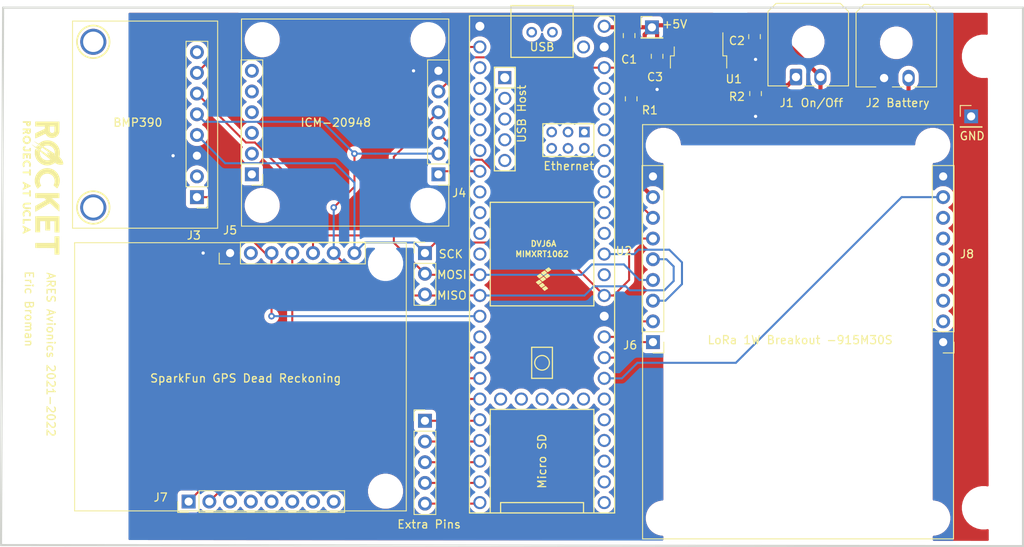
<source format=kicad_pcb>
(kicad_pcb (version 20171130) (host pcbnew "(5.1.6)-1")
  (layers (0 F.Cu signal) (31 B.Cu signal) (34 B.Paste user) (35 F.Paste user) (36 B.SilkS user) (37 F.SilkS user) (38 B.Mask user) (39 F.Mask user) (44 Edge.Cuts user))
  (net 0 "")
  (net 1 GND)
  (net 2 5V)
  (net 3 "Net-(J1-Pad1)")
  (net 4 "Net-(U2-Pad66)")
  (net 5 "Net-(U2-Pad67)")
  (net 6 "Net-(U2-Pad54)")
  (net 7 "Net-(U2-Pad53)")
  (net 8 "Net-(U2-Pad52)")
  (net 9 "Net-(U2-Pad51)")
  (net 10 "Net-(U2-Pad50)")
  (net 11 "Net-(U2-Pad62)")
  (net 12 "Net-(U2-Pad63)")
  (net 13 "Net-(U2-Pad64)")
  (net 14 "Net-(U2-Pad61)")
  (net 15 "Net-(U2-Pad65)")
  (net 16 "Net-(U2-Pad60)")
  (net 17 "Net-(U2-Pad20)")
  (net 18 "Net-(U2-Pad16)")
  (net 19 /MISO)
  (net 20 "Net-(U2-Pad21)")
  (net 21 "Net-(U2-Pad22)")
  (net 22 "Net-(U2-Pad23)")
  (net 23 "Net-(U2-Pad24)")
  (net 24 "Net-(U2-Pad25)")
  (net 25 "Net-(U2-Pad26)")
  (net 26 "Net-(U2-Pad27)")
  (net 27 "Net-(U2-Pad28)")
  (net 28 "Net-(U2-Pad29)")
  (net 29 "Net-(U2-Pad30)")
  (net 30 /MOSI)
  (net 31 /BMP390_CS)
  (net 32 "Net-(U2-Pad7)")
  (net 33 "Net-(U2-Pad6)")
  (net 34 "Net-(U2-Pad5)")
  (net 35 "Net-(U2-Pad4)")
  (net 36 "Net-(U2-Pad3)")
  (net 37 /SCK)
  (net 38 "Net-(U2-Pad36)")
  (net 39 "Net-(U2-Pad38)")
  (net 40 "Net-(U2-Pad39)")
  (net 41 "Net-(U2-Pad40)")
  (net 42 "Net-(U2-Pad41)")
  (net 43 "Net-(U2-Pad42)")
  (net 44 "Net-(U2-Pad43)")
  (net 45 "Net-(U2-Pad44)")
  (net 46 "Net-(U2-Pad45)")
  (net 47 "Net-(U2-Pad55)")
  (net 48 "Net-(U2-Pad56)")
  (net 49 "Net-(U2-Pad57)")
  (net 50 "Net-(U2-Pad58)")
  (net 51 "Net-(U2-Pad59)")
  (net 52 "Net-(U2-Pad49)")
  (net 53 "Net-(J3-Pad8)")
  (net 54 /ICM20948_CS)
  (net 55 "Net-(J3-Pad2)")
  (net 56 /GPS_CS)
  (net 57 "Net-(J5-Pad2)")
  (net 58 "Net-(J6-Pad7)")
  (net 59 /TRANSMITTER_CS)
  (net 60 "Net-(J7-Pad8)")
  (net 61 "Net-(J7-Pad7)")
  (net 62 "Net-(J7-Pad6)")
  (net 63 "Net-(J7-Pad5)")
  (net 64 "Net-(J7-Pad4)")
  (net 65 "Net-(J7-Pad3)")
  (net 66 /GPS_RST)
  (net 67 /GPS_PPS)
  (net 68 /Transmitter_RST)
  (net 69 "Net-(J8-Pad7)")
  (net 70 "Net-(J8-Pad6)")
  (net 71 "Net-(J8-Pad5)")
  (net 72 "Net-(J8-Pad4)")
  (net 73 "Net-(J8-Pad3)")
  (net 74 "Net-(J8-Pad2)")
  (net 75 +3V3)
  (net 76 "Net-(U2-Pad9)")
  (net 77 "Net-(U2-Pad12)")
  (net 78 "Net-(U2-Pad10)")
  (net 79 "Net-(U2-Pad11)")
  (net 80 +BATT)
  (net 81 /TXEN)
  (net 82 /RXEN)
  (module Package_TO_SOT_SMD:TO-252-5_TabPin3 (layer F.Cu) (at 132.461 54.61 270)
    (fp_text reference U1 (at 0.381 -4.318) (layer F.SilkS))
    (fp_text value BA05CC0WFP-E2)
    (pad 3 smd rect (at 2.1 0 270) (size 6.4 5.8) (layers F.Cu F.Mask) (net 1 GND))
    (pad 5 smd rect (at -4.2 2.28 270) (size 2.2 0.8) (layers F.Cu F.Paste F.Mask))
    (pad 4 smd rect (at -4.2 1.14 270) (size 2.2 0.8) (layers F.Cu F.Paste F.Mask) (net 2 5V))
    (pad 3 smd rect (at -4.2 0 270) (size 2.2 0.8) (layers F.Cu F.Paste F.Mask) (net 1 GND))
    (pad 2 smd rect (at -4.2 -1.14 270) (size 2.2 0.8) (layers F.Cu F.Paste F.Mask) (net 80 +BATT))
    (pad 1 smd rect (at -4.2 -2.28 270) (size 2.2 0.8) (layers F.Cu F.Paste F.Mask) (net 3 "Net-(J1-Pad1)"))
  )
  (module Connector_PinHeader_2.54mm:PinHeader_1x01_P2.54mm_Vertical (layer F.Cu) (at 165.862 59.563)
    (fp_text reference GND (at 0.127 2.413) (layer F.SilkS))
    (fp_text value PinHeader_1x01_P2.54mm_Vertical)
    (pad 1 thru_hole rect (at 0 0) (size 1.7 1.7) (drill 1) (layers *.Cu *.Mask) (net 1 GND))
  )
  (module Connector_PinHeader_2.54mm:PinHeader_1x01_P2.54mm_Vertical (layer F.Cu) (at 126.746 48.641)
    (fp_text reference +5V (at 2.794 -0.381) (layer F.SilkS))
    (fp_text value PinHeader_1x01_P2.54mm_Vertical)
    (pad 1 thru_hole rect (at 0 0) (size 1.7 1.7) (drill 1) (layers *.Cu *.Mask) (net 2 5V))
  )
  (module "Logo Color Schemes:RPLogo" (layer F.Cu) (at 51.181 68.707 270)
    (fp_text reference G*** hide)
    (fp_text value LOGO hide)
  )
  (module Connector_PinHeader_2.54mm:PinHeader_1x05_P2.54mm_Vertical (layer F.Cu) (at 98.933 96.901)
    (fp_text reference REF** hide)
    (fp_text value PinHeader_1x05_P2.54mm_Vertical)
    (pad 5 thru_hole oval (at 0 10.16) (size 1.7 1.7) (drill 1) (layers *.Cu *.Mask) (net 23 "Net-(U2-Pad24)"))
    (pad 4 thru_hole oval (at 0 7.62) (size 1.7 1.7) (drill 1) (layers *.Cu *.Mask) (net 22 "Net-(U2-Pad23)"))
    (pad 3 thru_hole oval (at 0 5.08) (size 1.7 1.7) (drill 1) (layers *.Cu *.Mask) (net 21 "Net-(U2-Pad22)"))
    (pad 2 thru_hole oval (at 0 2.54) (size 1.7 1.7) (drill 1) (layers *.Cu *.Mask) (net 20 "Net-(U2-Pad21)"))
    (pad 1 thru_hole rect (at 0 0) (size 1.7 1.7) (drill 1) (layers *.Cu *.Mask) (net 17 "Net-(U2-Pad20)"))
  )
  (module Connector_PinHeader_2.54mm:PinHeader_1x03_P2.54mm_Vertical (layer F.Cu) (at 98.933 76.327)
    (fp_text reference REF** hide)
    (fp_text value PinHeader_1x03_P2.54mm_Vertical)
    (pad 1 thru_hole rect (at 0 0) (size 1.7 1.7) (drill 1) (layers *.Cu *.Mask) (net 37 /SCK))
    (pad 2 thru_hole oval (at 0 2.54) (size 1.7 1.7) (drill 1) (layers *.Cu *.Mask) (net 30 /MOSI))
    (pad 3 thru_hole oval (at 0 5.08) (size 1.7 1.7) (drill 1) (layers *.Cu *.Mask) (net 19 /MISO))
  )
  (module MountingHole:MountingHole_4.3mm_M4 (layer F.Cu) (at 51.816 107.569)
    (fp_text reference REF** hide)
    (fp_text value MountingHole_4.3mm_M4)
    (pad 1 np_thru_hole circle (at 0 0) (size 4.3 4.3) (drill 4.3) (layers *.Cu *.Mask))
  )
  (module MountingHole:MountingHole_4.3mm_M4 (layer F.Cu) (at 51.816 52.197)
    (fp_text reference REF** hide)
    (fp_text value MountingHole_4.3mm_M4)
    (pad 1 np_thru_hole circle (at 0 0) (size 4.3 4.3) (drill 4.3) (layers *.Cu *.Mask))
  )
  (module MountingHole:MountingHole_4.3mm_M4 (layer F.Cu) (at 167.386 107.569)
    (fp_text reference REF** hide)
    (fp_text value MountingHole_4.3mm_M4)
    (pad 1 np_thru_hole circle (at 0 0) (size 4.3 4.3) (drill 4.3) (layers *.Cu *.Mask))
  )
  (module MountingHole:MountingHole_4.3mm_M4 (layer F.Cu) (at 167.386 52.197)
    (fp_text reference REF** hide)
    (fp_text value MountingHole_4.3mm_M4)
    (pad 1 np_thru_hole circle (at 0 0) (size 4.3 4.3) (drill 4.3) (layers *.Cu *.Mask))
  )
  (module Connector_PinHeader_2.54mm:PinHeader_1x06_P2.54mm_Vertical (layer F.Cu) (at 77.724 66.675 180)
    (fp_text reference REF** hide)
    (fp_text value PinHeader_1x06_P2.54mm_Vertical)
    (pad 6 thru_hole oval (at 0 12.7 180) (size 1.7 1.7) (drill 1) (layers *.Cu *.Mask))
    (pad 5 thru_hole oval (at 0 10.16 180) (size 1.7 1.7) (drill 1) (layers *.Cu *.Mask))
    (pad 4 thru_hole oval (at 0 7.62 180) (size 1.7 1.7) (drill 1) (layers *.Cu *.Mask))
    (pad 3 thru_hole oval (at 0 5.08 180) (size 1.7 1.7) (drill 1) (layers *.Cu *.Mask))
    (pad 2 thru_hole oval (at 0 2.54 180) (size 1.7 1.7) (drill 1) (layers *.Cu *.Mask))
    (pad 1 thru_hole rect (at 0 0 180) (size 1.7 1.7) (drill 1) (layers *.Cu *.Mask))
  )
  (module "SparkFun NEO-M8U:STAND-OFF" (layer F.Cu) (at 58.547 105.537 90)
    (fp_text reference JP9 hide)
    (fp_text value STAND-OFF hide)
    (pad "" np_thru_hole circle (at 0 0 90) (size 3.302 3.302) (drill 3.302) (layers *.Cu *.Mask))
  )
  (module "SparkFun NEO-M8U:STAND-OFF" (layer F.Cu) (at 58.547 77.597 90)
    (fp_text reference JP9 hide)
    (fp_text value STAND-OFF hide)
    (pad "" np_thru_hole circle (at 0 0 90) (size 3.302 3.302) (drill 3.302) (layers *.Cu *.Mask))
  )
  (module "SparkFun NEO-M8U:STAND-OFF" (layer F.Cu) (at 94.107 77.597 90)
    (fp_text reference JP9 hide)
    (fp_text value STAND-OFF hide)
    (pad "" np_thru_hole circle (at 0 0 90) (size 3.302 3.302) (drill 3.302) (layers *.Cu *.Mask))
  )
  (module "SparkFun NEO-M8U:STAND-OFF" (layer F.Cu) (at 94.107 105.537 90)
    (fp_text reference JP9 hide)
    (fp_text value STAND-OFF hide)
    (pad "" np_thru_hole circle (at 0 0 90) (size 3.302 3.302) (drill 3.302) (layers *.Cu *.Mask))
  )
  (module "Adafruit BMP390:MOUNTINGHOLE_2.5_PLATED" (layer F.Cu) (at 58.293 70.739 270)
    (fp_text reference U$41 hide)
    (fp_text value MOUNTINGHOLE2.5 hide)
    (pad P$1 thru_hole circle (at 0 0 270) (size 3.2 3.2) (drill 2.5) (layers *.Cu *.Mask))
  )
  (module "Adafruit BMP390:MOUNTINGHOLE_2.5_PLATED" (layer F.Cu) (at 58.293 50.419 270)
    (fp_text reference U$41 hide)
    (fp_text value MOUNTINGHOLE2.5 hide)
    (pad P$1 thru_hole circle (at 0 0 270) (size 3.200001 3.200001) (drill 2.5) (layers *.Cu *.Mask))
  )
  (module SparkFun_IMU_Breakout_ICM-20948:STAND-OFF (layer F.Cu) (at 99.314 50.165 270)
    (fp_text reference H4 hide)
    (fp_text value STAND-OFF)
    (pad "" np_thru_hole circle (at 0 0 270) (size 3.302 3.302) (drill 3.302) (layers *.Cu *.Mask))
  )
  (module SparkFun_IMU_Breakout_ICM-20948:STAND-OFF (layer F.Cu) (at 99.314 70.485 270)
    (fp_text reference H4 hide)
    (fp_text value STAND-OFF)
    (pad "" np_thru_hole circle (at 0 0 270) (size 3.302 3.302) (drill 3.302) (layers *.Cu *.Mask))
  )
  (module SparkFun_IMU_Breakout_ICM-20948:STAND-OFF (layer F.Cu) (at 78.994 70.485 270)
    (fp_text reference H4 hide)
    (fp_text value STAND-OFF)
    (pad "" np_thru_hole circle (at 0 0 270) (size 3.302 3.302) (drill 3.302) (layers *.Cu *.Mask))
  )
  (module SparkFun_IMU_Breakout_ICM-20948:STAND-OFF (layer F.Cu) (at 78.994 50.165 270)
    (fp_text reference H4 hide)
    (fp_text value STAND-OFF)
    (pad "" np_thru_hole circle (at 0 0 270) (size 3.302 3.302) (drill 3.302) (layers *.Cu *.Mask))
  )
  (module LoRa_1W_Breakout:STAND-OFF (layer F.Cu) (at 128.143 63.119)
    (fp_text reference H4 hide)
    (fp_text value STAND-OFF)
    (pad "" np_thru_hole circle (at 0 0) (size 3.302 3.302) (drill 3.302) (layers *.Cu *.Mask))
  )
  (module LoRa_1W_Breakout:STAND-OFF (layer F.Cu) (at 128.143 108.839)
    (fp_text reference H4 hide)
    (fp_text value STAND-OFF)
    (pad "" np_thru_hole circle (at 0 0) (size 3.302 3.302) (drill 3.302) (layers *.Cu *.Mask))
  )
  (module LoRa_1W_Breakout:STAND-OFF (layer F.Cu) (at 161.163 108.839)
    (fp_text reference H4 hide)
    (fp_text value STAND-OFF)
    (pad "" np_thru_hole circle (at 0 0) (size 3.302 3.302) (drill 3.302) (layers *.Cu *.Mask))
  )
  (module LoRa_1W_Breakout:STAND-OFF (layer F.Cu) (at 161.163 63.119)
    (fp_text reference H4 hide)
    (fp_text value STAND-OFF)
    (pad "" np_thru_hole circle (at 0 0) (size 3.302 3.302) (drill 3.302) (layers *.Cu *.Mask))
  )
  (module Resistor_SMD:R_0805_2012Metric_Pad1.15x1.40mm_HandSolder (layer F.Cu) (at 139.446 56.769 270)
    (fp_text reference R2 (at 0.381 2.286) (layer F.SilkS))
    (fp_text value "10 kOhm")
    (pad 2 smd roundrect (at 1.025 0 270) (size 1.15 1.4) (layers F.Cu F.Paste F.Mask) (roundrect_rratio 0.217391) (net 1 GND))
    (pad 1 smd roundrect (at -1.025 0 270) (size 1.15 1.4) (layers F.Cu F.Paste F.Mask) (roundrect_rratio 0.217391) (net 3 "Net-(J1-Pad1)"))
  )
  (module Connector_PinHeader_2.54mm:PinHeader_1x08_P2.54mm_Vertical (layer F.Cu) (at 69.977 106.807 90)
    (fp_text reference J7 (at 0.508 -3.429) (layer F.SilkS))
    (fp_text value Conn_01x08)
    (pad 8 thru_hole oval (at 0 17.78 90) (size 1.7 1.7) (drill 1) (layers *.Cu *.Mask) (net 60 "Net-(J7-Pad8)"))
    (pad 7 thru_hole oval (at 0 15.24 90) (size 1.7 1.7) (drill 1) (layers *.Cu *.Mask) (net 61 "Net-(J7-Pad7)"))
    (pad 6 thru_hole oval (at 0 12.7 90) (size 1.7 1.7) (drill 1) (layers *.Cu *.Mask) (net 62 "Net-(J7-Pad6)"))
    (pad 5 thru_hole oval (at 0 10.16 90) (size 1.7 1.7) (drill 1) (layers *.Cu *.Mask) (net 63 "Net-(J7-Pad5)"))
    (pad 4 thru_hole oval (at 0 7.62 90) (size 1.7 1.7) (drill 1) (layers *.Cu *.Mask) (net 64 "Net-(J7-Pad4)"))
    (pad 3 thru_hole oval (at 0 5.08 90) (size 1.7 1.7) (drill 1) (layers *.Cu *.Mask) (net 65 "Net-(J7-Pad3)"))
    (pad 2 thru_hole oval (at 0 2.54 90) (size 1.7 1.7) (drill 1) (layers *.Cu *.Mask) (net 66 /GPS_RST))
    (pad 1 thru_hole rect (at 0 0 90) (size 1.7 1.7) (drill 1) (layers *.Cu *.Mask) (net 67 /GPS_PPS))
  )
  (module Resistor_SMD:R_0805_2012Metric_Pad1.15x1.40mm_HandSolder (layer F.Cu) (at 124.206 57.413 270)
    (fp_text reference R1 (at 1.397 -2.286) (layer F.SilkS))
    (fp_text value "0 Ohm")
    (pad 2 smd roundrect (at 1.025 0 270) (size 1.15 1.4) (layers F.Cu F.Paste F.Mask) (roundrect_rratio 0.217391) (net 58 "Net-(J6-Pad7)"))
    (pad 1 smd roundrect (at -1.025 0 270) (size 1.15 1.4) (layers F.Cu F.Paste F.Mask) (roundrect_rratio 0.217391) (net 75 +3V3))
  )
  (module Connector_PinHeader_2.54mm:PinHeader_1x09_P2.54mm_Vertical (layer F.Cu) (at 162.433 87.249 180)
    (fp_text reference J8 (at -2.921 10.795) (layer F.SilkS))
    (fp_text value Transmitter_Headers2)
    (pad 9 thru_hole oval (at 0 20.32 180) (size 1.7 1.7) (drill 1) (layers *.Cu *.Mask) (net 1 GND))
    (pad 8 thru_hole oval (at 0 17.78 180) (size 1.7 1.7) (drill 1) (layers *.Cu *.Mask) (net 68 /Transmitter_RST))
    (pad 7 thru_hole oval (at 0 15.24 180) (size 1.7 1.7) (drill 1) (layers *.Cu *.Mask) (net 69 "Net-(J8-Pad7)"))
    (pad 6 thru_hole oval (at 0 12.7 180) (size 1.7 1.7) (drill 1) (layers *.Cu *.Mask) (net 70 "Net-(J8-Pad6)"))
    (pad 5 thru_hole oval (at 0 10.16 180) (size 1.7 1.7) (drill 1) (layers *.Cu *.Mask) (net 71 "Net-(J8-Pad5)"))
    (pad 4 thru_hole oval (at 0 7.62 180) (size 1.7 1.7) (drill 1) (layers *.Cu *.Mask) (net 72 "Net-(J8-Pad4)"))
    (pad 3 thru_hole oval (at 0 5.08 180) (size 1.7 1.7) (drill 1) (layers *.Cu *.Mask) (net 73 "Net-(J8-Pad3)"))
    (pad 2 thru_hole oval (at 0 2.54 180) (size 1.7 1.7) (drill 1) (layers *.Cu *.Mask) (net 74 "Net-(J8-Pad2)"))
    (pad 1 thru_hole rect (at 0 0 180) (size 1.7 1.7) (drill 1) (layers *.Cu *.Mask) (net 1 GND))
  )
  (module Connector_PinHeader_2.54mm:PinHeader_1x06_P2.54mm_Vertical (layer F.Cu) (at 100.584 66.675 180)
    (fp_text reference J4 (at -2.54 -2.286) (layer F.SilkS))
    (fp_text value ICM20948_Headers)
    (pad 1 thru_hole rect (at 0 0 180) (size 1.7 1.7) (drill 1) (layers *.Cu *.Mask) (net 54 /ICM20948_CS))
    (pad 2 thru_hole oval (at 0 2.54 180) (size 1.7 1.7) (drill 1) (layers *.Cu *.Mask) (net 19 /MISO))
    (pad 3 thru_hole oval (at 0 5.08 180) (size 1.7 1.7) (drill 1) (layers *.Cu *.Mask) (net 37 /SCK))
    (pad 4 thru_hole oval (at 0 7.62 180) (size 1.7 1.7) (drill 1) (layers *.Cu *.Mask) (net 30 /MOSI))
    (pad 5 thru_hole oval (at 0 10.16 180) (size 1.7 1.7) (drill 1) (layers *.Cu *.Mask) (net 75 +3V3))
    (pad 6 thru_hole oval (at 0 12.7 180) (size 1.7 1.7) (drill 1) (layers *.Cu *.Mask) (net 1 GND))
  )
  (module Connector_PinHeader_2.54mm:PinHeader_1x09_P2.54mm_Vertical (layer F.Cu) (at 126.873 87.249 180)
    (fp_text reference J6 (at 2.794 -0.381) (layer F.SilkS))
    (fp_text value Transmitter_Headers1)
    (pad 1 thru_hole rect (at 0 0 180) (size 1.7 1.7) (drill 1) (layers *.Cu *.Mask) (net 82 /RXEN))
    (pad 2 thru_hole oval (at 0 2.54 180) (size 1.7 1.7) (drill 1) (layers *.Cu *.Mask) (net 81 /TXEN))
    (pad 3 thru_hole oval (at 0 5.08 180) (size 1.7 1.7) (drill 1) (layers *.Cu *.Mask) (net 59 /TRANSMITTER_CS))
    (pad 4 thru_hole oval (at 0 7.62 180) (size 1.7 1.7) (drill 1) (layers *.Cu *.Mask) (net 30 /MOSI))
    (pad 5 thru_hole oval (at 0 10.16 180) (size 1.7 1.7) (drill 1) (layers *.Cu *.Mask) (net 19 /MISO))
    (pad 6 thru_hole oval (at 0 12.7 180) (size 1.7 1.7) (drill 1) (layers *.Cu *.Mask) (net 37 /SCK))
    (pad 7 thru_hole oval (at 0 15.24 180) (size 1.7 1.7) (drill 1) (layers *.Cu *.Mask) (net 58 "Net-(J6-Pad7)"))
    (pad 8 thru_hole oval (at 0 17.78 180) (size 1.7 1.7) (drill 1) (layers *.Cu *.Mask) (net 2 5V))
    (pad 9 thru_hole oval (at 0 20.32 180) (size 1.7 1.7) (drill 1) (layers *.Cu *.Mask) (net 1 GND))
  )
  (module Connector_PinHeader_2.54mm:PinHeader_1x07_P2.54mm_Vertical (layer F.Cu) (at 75.057 76.327 90)
    (fp_text reference J5 (at 2.794 0) (layer F.SilkS))
    (fp_text value GPS_Headers1)
    (pad 1 thru_hole rect (at 0 0 90) (size 1.7 1.7) (drill 1) (layers *.Cu *.Mask) (net 1 GND))
    (pad 2 thru_hole oval (at 0 2.54 90) (size 1.7 1.7) (drill 1) (layers *.Cu *.Mask) (net 57 "Net-(J5-Pad2)"))
    (pad 3 thru_hole oval (at 0 5.08 90) (size 1.7 1.7) (drill 1) (layers *.Cu *.Mask) (net 75 +3V3))
    (pad 4 thru_hole oval (at 0 7.62 90) (size 1.7 1.7) (drill 1) (layers *.Cu *.Mask) (net 56 /GPS_CS))
    (pad 5 thru_hole oval (at 0 10.16 90) (size 1.7 1.7) (drill 1) (layers *.Cu *.Mask) (net 30 /MOSI))
    (pad 6 thru_hole oval (at 0 12.7 90) (size 1.7 1.7) (drill 1) (layers *.Cu *.Mask) (net 19 /MISO))
    (pad 7 thru_hole oval (at 0 15.24 90) (size 1.7 1.7) (drill 1) (layers *.Cu *.Mask) (net 37 /SCK))
  )
  (module Connector_PinHeader_2.54mm:PinHeader_1x08_P2.54mm_Vertical (layer F.Cu) (at 70.993 69.469 180)
    (fp_text reference J3 (at 0.381 -4.699) (layer F.SilkS))
    (fp_text value BMP390_Headers)
    (pad 1 thru_hole rect (at 0 0 180) (size 1.7 1.7) (drill 1) (layers *.Cu *.Mask) (net 75 +3V3))
    (pad 2 thru_hole oval (at 0 2.54 180) (size 1.7 1.7) (drill 1) (layers *.Cu *.Mask) (net 55 "Net-(J3-Pad2)"))
    (pad 3 thru_hole oval (at 0 5.08 180) (size 1.7 1.7) (drill 1) (layers *.Cu *.Mask) (net 1 GND))
    (pad 4 thru_hole oval (at 0 7.62 180) (size 1.7 1.7) (drill 1) (layers *.Cu *.Mask) (net 37 /SCK))
    (pad 5 thru_hole oval (at 0 10.16 180) (size 1.7 1.7) (drill 1) (layers *.Cu *.Mask) (net 19 /MISO))
    (pad 6 thru_hole oval (at 0 12.7 180) (size 1.7 1.7) (drill 1) (layers *.Cu *.Mask) (net 30 /MOSI))
    (pad 7 thru_hole oval (at 0 15.24 180) (size 1.7 1.7) (drill 1) (layers *.Cu *.Mask) (net 31 /BMP390_CS))
    (pad 8 thru_hole oval (at 0 17.78 180) (size 1.7 1.7) (drill 1) (layers *.Cu *.Mask) (net 53 "Net-(J3-Pad8)"))
  )
  (module teensy:Teensy41 (layer F.Cu) (at 113.284 77.724 270)
    (fp_text reference U2 (at -1.651 -10.033) (layer F.SilkS))
    (fp_text value Teensy4.1)
    (fp_text user DVJ6A (at -2.54 -0.18 180) (layer F.SilkS) (effects (font (size 0.7 0.7))))
    (fp_text user MIMXRT1062 (at -1.27 0 180) (layer F.SilkS) (effects (font (size 0.7 0.7))))
    (fp_text user "Micro SD" (at 24.13 0 90) (layer F.SilkS))
    (fp_text user USB (at -26.67 0 180) (layer F.SilkS))
    (fp_text user Ethernet (at -12.065 -3.2766) (layer F.SilkS))
    (fp_text user "USB Host" (at -18.4658 2.4892 90) (layer F.SilkS))
    (pad 49 thru_hole circle (at -26.67 -5.08 270) (size 1.6 1.6) (drill 1.1) (layers *.Cu *.Mask) (net 52 "Net-(U2-Pad49)"))
    (pad 59 thru_hole circle (at -12.7508 4.5692 270) (size 1.6 1.6) (drill 1.1) (layers *.Cu *.Mask) (net 51 "Net-(U2-Pad59)"))
    (pad 58 thru_hole circle (at -15.2908 4.5692 270) (size 1.6 1.6) (drill 1.1) (layers *.Cu *.Mask) (net 50 "Net-(U2-Pad58)"))
    (pad 57 thru_hole circle (at -17.8308 4.5692 270) (size 1.6 1.6) (drill 1.1) (layers *.Cu *.Mask) (net 49 "Net-(U2-Pad57)"))
    (pad 56 thru_hole circle (at -20.3708 4.5692 270) (size 1.6 1.6) (drill 1.1) (layers *.Cu *.Mask) (net 48 "Net-(U2-Pad56)"))
    (pad 55 thru_hole rect (at -22.9108 4.5692 270) (size 1.6 1.6) (drill 1.1) (layers *.Cu *.Mask) (net 47 "Net-(U2-Pad55)"))
    (pad 48 thru_hole circle (at -29.21 -7.62 270) (size 1.6 1.6) (drill 1.1) (layers *.Cu *.Mask) (net 2 5V))
    (pad 47 thru_hole circle (at -26.67 -7.62 270) (size 1.6 1.6) (drill 1.1) (layers *.Cu *.Mask) (net 1 GND))
    (pad 46 thru_hole circle (at -24.13 -7.62 270) (size 1.6 1.6) (drill 1.1) (layers *.Cu *.Mask) (net 75 +3V3))
    (pad 45 thru_hole circle (at -21.59 -7.62 270) (size 1.6 1.6) (drill 1.1) (layers *.Cu *.Mask) (net 46 "Net-(U2-Pad45)"))
    (pad 44 thru_hole circle (at -19.05 -7.62 270) (size 1.6 1.6) (drill 1.1) (layers *.Cu *.Mask) (net 45 "Net-(U2-Pad44)"))
    (pad 43 thru_hole circle (at -16.51 -7.62 270) (size 1.6 1.6) (drill 1.1) (layers *.Cu *.Mask) (net 44 "Net-(U2-Pad43)"))
    (pad 42 thru_hole circle (at -13.97 -7.62 270) (size 1.6 1.6) (drill 1.1) (layers *.Cu *.Mask) (net 43 "Net-(U2-Pad42)"))
    (pad 41 thru_hole circle (at -11.43 -7.62 270) (size 1.6 1.6) (drill 1.1) (layers *.Cu *.Mask) (net 42 "Net-(U2-Pad41)"))
    (pad 40 thru_hole circle (at -8.89 -7.62 270) (size 1.6 1.6) (drill 1.1) (layers *.Cu *.Mask) (net 41 "Net-(U2-Pad40)"))
    (pad 39 thru_hole circle (at -6.35 -7.62 270) (size 1.6 1.6) (drill 1.1) (layers *.Cu *.Mask) (net 40 "Net-(U2-Pad39)"))
    (pad 38 thru_hole circle (at -3.81 -7.62 270) (size 1.6 1.6) (drill 1.1) (layers *.Cu *.Mask) (net 39 "Net-(U2-Pad38)"))
    (pad 37 thru_hole circle (at -1.27 -7.62 270) (size 1.6 1.6) (drill 1.1) (layers *.Cu *.Mask) (net 59 /TRANSMITTER_CS))
    (pad 36 thru_hole circle (at 1.27 -7.62 270) (size 1.6 1.6) (drill 1.1) (layers *.Cu *.Mask) (net 38 "Net-(U2-Pad36)"))
    (pad 35 thru_hole circle (at 3.81 -7.62 270) (size 1.6 1.6) (drill 1.1) (layers *.Cu *.Mask) (net 37 /SCK))
    (pad 1 thru_hole rect (at -29.21 7.62 270) (size 1.6 1.6) (drill 1.1) (layers *.Cu *.Mask) (net 1 GND))
    (pad 2 thru_hole circle (at -26.67 7.62 270) (size 1.6 1.6) (drill 1.1) (layers *.Cu *.Mask) (net 31 /BMP390_CS))
    (pad 3 thru_hole circle (at -24.13 7.62 270) (size 1.6 1.6) (drill 1.1) (layers *.Cu *.Mask) (net 36 "Net-(U2-Pad3)"))
    (pad 4 thru_hole circle (at -21.59 7.62 270) (size 1.6 1.6) (drill 1.1) (layers *.Cu *.Mask) (net 35 "Net-(U2-Pad4)"))
    (pad 5 thru_hole circle (at -19.05 7.62 270) (size 1.6 1.6) (drill 1.1) (layers *.Cu *.Mask) (net 34 "Net-(U2-Pad5)"))
    (pad 6 thru_hole circle (at -16.51 7.62 270) (size 1.6 1.6) (drill 1.1) (layers *.Cu *.Mask) (net 33 "Net-(U2-Pad6)"))
    (pad 7 thru_hole circle (at -13.97 7.62 270) (size 1.6 1.6) (drill 1.1) (layers *.Cu *.Mask) (net 32 "Net-(U2-Pad7)"))
    (pad 8 thru_hole circle (at -11.43 7.62 270) (size 1.6 1.6) (drill 1.1) (layers *.Cu *.Mask) (net 54 /ICM20948_CS))
    (pad 9 thru_hole circle (at -8.89 7.62 270) (size 1.6 1.6) (drill 1.1) (layers *.Cu *.Mask) (net 76 "Net-(U2-Pad9)"))
    (pad 10 thru_hole circle (at -6.35 7.62 270) (size 1.6 1.6) (drill 1.1) (layers *.Cu *.Mask) (net 78 "Net-(U2-Pad10)"))
    (pad 11 thru_hole circle (at -3.81 7.62 270) (size 1.6 1.6) (drill 1.1) (layers *.Cu *.Mask) (net 79 "Net-(U2-Pad11)"))
    (pad 12 thru_hole circle (at -1.27 7.62 270) (size 1.6 1.6) (drill 1.1) (layers *.Cu *.Mask) (net 77 "Net-(U2-Pad12)"))
    (pad 13 thru_hole circle (at 1.27 7.62 270) (size 1.6 1.6) (drill 1.1) (layers *.Cu *.Mask) (net 30 /MOSI))
    (pad 34 thru_hole circle (at 6.35 -7.62 270) (size 1.6 1.6) (drill 1.1) (layers *.Cu *.Mask) (net 1 GND))
    (pad 33 thru_hole circle (at 8.89 -7.62 270) (size 1.6 1.6) (drill 1.1) (layers *.Cu *.Mask) (net 81 /TXEN))
    (pad 32 thru_hole circle (at 11.43 -7.62 270) (size 1.6 1.6) (drill 1.1) (layers *.Cu *.Mask) (net 82 /RXEN))
    (pad 31 thru_hole circle (at 13.97 -7.62 270) (size 1.6 1.6) (drill 1.1) (layers *.Cu *.Mask) (net 68 /Transmitter_RST))
    (pad 30 thru_hole circle (at 16.51 -7.62 270) (size 1.6 1.6) (drill 1.1) (layers *.Cu *.Mask) (net 29 "Net-(U2-Pad30)"))
    (pad 29 thru_hole circle (at 19.05 -7.62 270) (size 1.6 1.6) (drill 1.1) (layers *.Cu *.Mask) (net 28 "Net-(U2-Pad29)"))
    (pad 28 thru_hole circle (at 21.59 -7.62 270) (size 1.6 1.6) (drill 1.1) (layers *.Cu *.Mask) (net 27 "Net-(U2-Pad28)"))
    (pad 27 thru_hole circle (at 24.13 -7.62 270) (size 1.6 1.6) (drill 1.1) (layers *.Cu *.Mask) (net 26 "Net-(U2-Pad27)"))
    (pad 26 thru_hole circle (at 26.67 -7.62 270) (size 1.6 1.6) (drill 1.1) (layers *.Cu *.Mask) (net 25 "Net-(U2-Pad26)"))
    (pad 25 thru_hole circle (at 29.21 -7.62 270) (size 1.6 1.6) (drill 1.1) (layers *.Cu *.Mask) (net 24 "Net-(U2-Pad25)"))
    (pad 24 thru_hole circle (at 29.21 7.62 270) (size 1.6 1.6) (drill 1.1) (layers *.Cu *.Mask) (net 23 "Net-(U2-Pad24)"))
    (pad 23 thru_hole circle (at 26.67 7.62 270) (size 1.6 1.6) (drill 1.1) (layers *.Cu *.Mask) (net 22 "Net-(U2-Pad23)"))
    (pad 22 thru_hole circle (at 24.13 7.62 270) (size 1.6 1.6) (drill 1.1) (layers *.Cu *.Mask) (net 21 "Net-(U2-Pad22)"))
    (pad 21 thru_hole circle (at 21.59 7.62 270) (size 1.6 1.6) (drill 1.1) (layers *.Cu *.Mask) (net 20 "Net-(U2-Pad21)"))
    (pad 14 thru_hole circle (at 3.81 7.62 270) (size 1.6 1.6) (drill 1.1) (layers *.Cu *.Mask) (net 19 /MISO))
    (pad 15 thru_hole circle (at 6.35 7.62 270) (size 1.6 1.6) (drill 1.1) (layers *.Cu *.Mask) (net 75 +3V3))
    (pad 16 thru_hole circle (at 8.89 7.62 270) (size 1.6 1.6) (drill 1.1) (layers *.Cu *.Mask) (net 18 "Net-(U2-Pad16)"))
    (pad 20 thru_hole circle (at 19.05 7.62 270) (size 1.6 1.6) (drill 1.1) (layers *.Cu *.Mask) (net 17 "Net-(U2-Pad20)"))
    (pad 19 thru_hole circle (at 16.51 7.62 270) (size 1.6 1.6) (drill 1.1) (layers *.Cu *.Mask) (net 66 /GPS_RST))
    (pad 18 thru_hole circle (at 13.97 7.62 270) (size 1.6 1.6) (drill 1.1) (layers *.Cu *.Mask) (net 67 /GPS_PPS))
    (pad 17 thru_hole circle (at 11.43 7.62 270) (size 1.6 1.6) (drill 1.1) (layers *.Cu *.Mask) (net 56 /GPS_CS))
    (pad 60 thru_hole rect (at -16.24 -5.1816 270) (size 1.3 1.3) (drill 0.8) (layers *.Cu *.Mask) (net 16 "Net-(U2-Pad60)"))
    (pad 65 thru_hole circle (at -14.24 -5.1816 270) (size 1.3 1.3) (drill 0.8) (layers *.Cu *.Mask) (net 15 "Net-(U2-Pad65)"))
    (pad 61 thru_hole circle (at -16.24 -3.1816 270) (size 1.3 1.3) (drill 0.8) (layers *.Cu *.Mask) (net 14 "Net-(U2-Pad61)"))
    (pad 64 thru_hole circle (at -14.24 -3.1816 270) (size 1.3 1.3) (drill 0.8) (layers *.Cu *.Mask) (net 13 "Net-(U2-Pad64)"))
    (pad 63 thru_hole circle (at -14.24 -1.1816 270) (size 1.3 1.3) (drill 0.8) (layers *.Cu *.Mask) (net 12 "Net-(U2-Pad63)"))
    (pad 62 thru_hole circle (at -16.24 -1.1816 270) (size 1.3 1.3) (drill 0.8) (layers *.Cu *.Mask) (net 11 "Net-(U2-Pad62)"))
    (pad 50 thru_hole circle (at 16.51 5.08 270) (size 1.6 1.6) (drill 1.1) (layers *.Cu *.Mask) (net 10 "Net-(U2-Pad50)"))
    (pad 51 thru_hole circle (at 16.51 2.54 270) (size 1.6 1.6) (drill 1.1) (layers *.Cu *.Mask) (net 9 "Net-(U2-Pad51)"))
    (pad 52 thru_hole circle (at 16.51 0 270) (size 1.6 1.6) (drill 1.1) (layers *.Cu *.Mask) (net 8 "Net-(U2-Pad52)"))
    (pad 53 thru_hole circle (at 16.51 -2.54 270) (size 1.6 1.6) (drill 1.1) (layers *.Cu *.Mask) (net 7 "Net-(U2-Pad53)"))
    (pad 54 thru_hole circle (at 16.51 -5.08 270) (size 1.6 1.6) (drill 1.1) (layers *.Cu *.Mask) (net 6 "Net-(U2-Pad54)"))
    (pad 67 thru_hole circle (at -28.48 1.27 270) (size 1.3 1.3) (drill 0.8) (layers *.Cu *.Mask) (net 5 "Net-(U2-Pad67)"))
    (pad 66 thru_hole circle (at -28.48 -1.27 270) (size 1.3 1.3) (drill 0.8) (layers *.Cu *.Mask) (net 4 "Net-(U2-Pad66)"))
  )
  (module Connector_Molex:Molex_Micro-Fit_3.0_43650-0200_1x02_P3.00mm_Horizontal (layer F.Cu) (at 155.194 54.864)
    (fp_text reference J2 (at -1.397 3.048 -180) (layer F.SilkS))
    (fp_text value 436500200)
    (pad 2 thru_hole oval (at 3 0) (size 1.5 2.02) (drill 1.02) (layers *.Cu *.Mask) (net 80 +BATT))
    (pad 1 thru_hole roundrect (at 0 0) (size 1.5 2.02) (drill 1.02) (layers *.Cu *.Mask) (roundrect_rratio 0.166667) (net 1 GND))
    (pad "" np_thru_hole circle (at 1.5 -4.32) (size 3 3) (drill 3) (layers *.Cu *.Mask))
  )
  (module Connector_Molex:Molex_Micro-Fit_3.0_43650-0200_1x02_P3.00mm_Horizontal (layer F.Cu) (at 144.399 54.737)
    (fp_text reference J1 (at -1.143 3.175) (layer F.SilkS))
    (fp_text value 436500200)
    (pad 2 thru_hole oval (at 3 0) (size 1.5 2.02) (drill 1.02) (layers *.Cu *.Mask) (net 80 +BATT))
    (pad 1 thru_hole roundrect (at 0 0) (size 1.5 2.02) (drill 1.02) (layers *.Cu *.Mask) (roundrect_rratio 0.166667) (net 3 "Net-(J1-Pad1)"))
    (pad "" np_thru_hole circle (at 1.5 -4.32) (size 3 3) (drill 3) (layers *.Cu *.Mask))
  )
  (module Capacitor_SMD:C_0805_2012Metric (layer F.Cu) (at 127.381 52.197 270)
    (fp_text reference C3 (at 2.54 0.254) (layer F.SilkS))
    (fp_text value "2.2 uF")
    (pad 2 smd roundrect (at 0.9375 0 270) (size 0.975 1.4) (layers F.Cu F.Paste F.Mask) (net 1 GND))
    (pad 1 smd roundrect (at -0.9375 0 270) (size 0.975 1.4) (layers F.Cu F.Paste F.Mask) (net 2 5V))
  )
  (module Capacitor_SMD:C_0805_2012Metric_Pad1.15x1.40mm_HandSolder (layer F.Cu) (at 139.319 49.784 270)
    (fp_text reference C2 (at 0.508 2.159) (layer F.SilkS))
    (fp_text value "10 uF")
    (pad 2 smd roundrect (at 1.025 0 270) (size 1.15 1.4) (layers F.Cu F.Paste F.Mask) (roundrect_rratio 0.217391) (net 1 GND))
    (pad 1 smd roundrect (at -1.025 0 270) (size 1.15 1.4) (layers F.Cu F.Paste F.Mask) (roundrect_rratio 0.217391) (net 80 +BATT))
  )
  (module Capacitor_SMD:C_0805_2012Metric_Pad1.15x1.40mm_HandSolder (layer F.Cu) (at 123.952 49.657 270)
    (fp_text reference C1 (at 2.921 0) (layer F.SilkS))
    (fp_text value "10 uF")
    (pad 2 smd roundrect (at 1.025 0 270) (size 1.15 1.4) (layers F.Cu F.Paste F.Mask) (roundrect_rratio 0.217391) (net 1 GND))
    (pad 1 smd roundrect (at -1.025 0 270) (size 1.15 1.4) (layers F.Cu F.Paste F.Mask) (roundrect_rratio 0.217391) (net 2 5V))
  )
  (gr_text "Extra Pins" (at 99.441 109.601) (layer F.SilkS) (effects (font (size 1 1))))
  (gr_text "Eric Broman" (at 50.419 83.185 270) (layer F.SilkS) (effects (font (size 1 1))))
  (gr_text "ARES Avionics 2021-2022" (at 53.086 88.773 270) (layer F.SilkS) (effects (font (size 1 1))))
  (gr_text On/Off (at 147.574 57.912) (layer F.SilkS) (effects (font (size 1 1))))
  (gr_text Battery (at 158.115 57.912) (layer F.SilkS) (effects (font (size 1 1))))
  (gr_line (start 163.703 60.579) (end 125.603 60.579) (layer F.SilkS) (width 0.12))
  (gr_line (start 163.703 111.379) (end 163.703 60.579) (layer F.SilkS) (width 0.12))
  (gr_line (start 125.603 111.379) (end 163.703 111.379) (layer F.SilkS) (width 0.12))
  (gr_line (start 125.603 60.579) (end 125.603 111.379) (layer F.SilkS) (width 0.12))
  (gr_line (start 76.454 73.025) (end 76.454 47.625) (layer F.SilkS) (width 0.12))
  (gr_line (start 101.854 73.025) (end 76.454 73.025) (layer F.SilkS) (width 0.12))
  (gr_line (start 101.854 47.625) (end 101.854 73.025) (layer F.SilkS) (width 0.12))
  (gr_line (start 76.454 47.625) (end 101.854 47.625) (layer F.SilkS) (width 0.12))
  (gr_line (start 55.753 47.879) (end 55.753 73.279) (layer F.SilkS) (width 0.12))
  (gr_line (start 73.533 47.879) (end 55.753 47.879) (layer F.SilkS) (width 0.12))
  (gr_line (start 73.533 73.279) (end 73.533 47.879) (layer F.SilkS) (width 0.12))
  (gr_line (start 55.753 73.279) (end 73.533 73.279) (layer F.SilkS) (width 0.12))
  (gr_line (start 56.007 75.184) (end 56.007 75.057) (layer F.SilkS) (width 0.12))
  (gr_line (start 56.007 107.95) (end 56.007 75.184) (layer F.SilkS) (width 0.12))
  (gr_line (start 96.647 107.95) (end 56.007 107.95) (layer F.SilkS) (width 0.12))
  (gr_line (start 96.647 75.057) (end 96.647 107.95) (layer F.SilkS) (width 0.12))
  (gr_line (start 56.007 75.057) (end 96.647 75.057) (layer F.SilkS) (width 0.12))
  (gr_text BMP390 (at 63.754 60.325) (layer F.SilkS) (effects (font (size 1 1))))
  (gr_text ICM-20948 (at 88.011 60.325) (layer F.SilkS) (effects (font (size 1 1))))
  (gr_text "LoRa 1W Breakout -915M30S" (at 144.907 86.995) (layer F.SilkS) (effects (font (size 1 1))))
  (gr_text "SparkFun GPS Dead Reckoning" (at 76.962 91.694) (layer F.SilkS) (effects (font (size 1 1))))
  (gr_text MISO (at 102.235 81.534) (layer F.SilkS) (effects (font (size 1 1))))
  (gr_text MOSI (at 102.235 78.994) (layer F.SilkS) (effects (font (size 1 1))))
  (gr_text SCK (at 102.108 76.454) (layer F.SilkS) (effects (font (size 1 1))))
  (gr_line (start 46.99 112.141) (end 47.244 46.228) (layer Edge.Cuts) (width 0.254))
  (gr_line (start 172.212 112.268) (end 46.99 112.141) (layer Edge.Cuts) (width 0.254))
  (gr_line (start 172.212 46.228) (end 172.212 112.268) (layer Edge.Cuts) (width 0.254))
  (gr_line (start 47.244 46.228) (end 172.212 46.228) (layer Edge.Cuts) (width 0.254))
  (via (at 127.381 56.261) (size 0.8) (drill 0.4) (layers F.Cu B.Cu) (net 1))
  (via (at 139.446 52.578) (size 0.8) (drill 0.4) (layers F.Cu B.Cu) (net 1))
  (via (at 139.446 59.563) (size 0.8) (drill 0.4) (layers F.Cu B.Cu) (net 1))
  (via (at 68.072 64.389) (size 0.8) (drill 0.4) (layers F.Cu B.Cu) (net 1))
  (via (at 97.536 53.975) (size 0.8) (drill 0.4) (layers F.Cu B.Cu) (net 1))
  (via (at 71.755 76.327) (size 0.8) (drill 0.4) (layers F.Cu B.Cu) (net 1))
  (segment (start 124.959 48.632) (end 123.952 48.632) (width 0.508) (layer F.Cu) (net 2))
  (segment (start 125.349 67.945) (end 125.349 60.8815) (width 0.508) (layer F.Cu) (net 2))
  (segment (start 126.873 69.469) (end 125.349 67.945) (width 0.508) (layer F.Cu) (net 2))
  (segment (start 121.022 48.632) (end 120.904 48.514) (width 0.508) (layer F.Cu) (net 2))
  (segment (start 123.952 48.632) (end 121.022 48.632) (width 0.508) (layer F.Cu) (net 2))
  (segment (start 131.321 50.41) (end 131.321 48.771) (width 0.508) (layer F.Cu) (net 2))
  (segment (start 131.321 48.771) (end 130.937 48.387) (width 0.508) (layer F.Cu) (net 2))
  (segment (start 127 48.387) (end 126.746 48.641) (width 0.508) (layer F.Cu) (net 2))
  (segment (start 130.937 48.387) (end 127 48.387) (width 0.508) (layer F.Cu) (net 2))
  (segment (start 125.349 60.8815) (end 125.349 59.817) (width 0.508) (layer F.Cu) (net 2))
  (segment (start 125.349 59.817) (end 125.857 59.309) (width 0.508) (layer F.Cu) (net 2))
  (segment (start 125.857 49.53) (end 126.746 48.641) (width 0.508) (layer F.Cu) (net 2))
  (segment (start 125.857 59.309) (end 125.857 49.53) (width 0.508) (layer F.Cu) (net 2))
  (segment (start 126.737 48.632) (end 126.746 48.641) (width 0.508) (layer F.Cu) (net 2))
  (segment (start 124.959 48.632) (end 126.737 48.632) (width 0.508) (layer F.Cu) (net 2))
  (segment (start 127.381 49.276) (end 126.746 48.641) (width 0.508) (layer F.Cu) (net 2))
  (segment (start 127.381 51.2595) (end 127.381 49.276) (width 0.508) (layer F.Cu) (net 2))
  (segment (start 144.399 54.737) (end 143.891 54.737) (width 0.508) (layer F.Cu) (net 3))
  (segment (start 143.392 55.744) (end 144.399 54.737) (width 0.508) (layer F.Cu) (net 3))
  (segment (start 139.446 55.744) (end 143.392 55.744) (width 0.508) (layer F.Cu) (net 3))
  (segment (start 134.741 51.039) (end 139.446 55.744) (width 0.508) (layer F.Cu) (net 3))
  (segment (start 134.741 50.41) (end 134.741 51.039) (width 0.508) (layer F.Cu) (net 3))
  (segment (start 98.933 96.901) (end 99.314 96.52) (width 0.25) (layer F.Cu) (net 17))
  (segment (start 105.537 96.901) (end 105.664 96.774) (width 0.25) (layer F.Cu) (net 17))
  (segment (start 98.933 96.901) (end 105.537 96.901) (width 0.25) (layer F.Cu) (net 17))
  (via (at 87.757 70.739) (size 0.8) (drill 0.4) (layers F.Cu B.Cu) (net 19))
  (via (at 90.297 64.135) (size 0.8) (drill 0.4) (layers F.Cu B.Cu) (net 19))
  (segment (start 92.837 64.135) (end 100.584 64.135) (width 0.25) (layer B.Cu) (net 19))
  (segment (start 87.757 76.327) (end 92.964 81.534) (width 0.25) (layer F.Cu) (net 19))
  (segment (start 92.837 64.135) (end 90.297 64.135) (width 0.25) (layer B.Cu) (net 19))
  (segment (start 87.757 76.327) (end 87.757 70.739) (width 0.25) (layer B.Cu) (net 19))
  (segment (start 86.392001 60.230001) (end 90.297 64.135) (width 0.25) (layer B.Cu) (net 19))
  (segment (start 71.914001 60.230001) (end 86.392001 60.230001) (width 0.25) (layer B.Cu) (net 19))
  (segment (start 70.993 59.309) (end 71.914001 60.230001) (width 0.25) (layer B.Cu) (net 19))
  (segment (start 90.297 68.199) (end 87.757 70.739) (width 0.25) (layer F.Cu) (net 19))
  (segment (start 90.297 64.135) (end 90.297 68.199) (width 0.25) (layer F.Cu) (net 19))
  (segment (start 92.964 81.534) (end 99.06 81.534) (width 0.25) (layer F.Cu) (net 19))
  (segment (start 98.933 81.534) (end 99.06 81.534) (width 0.25) (layer F.Cu) (net 19))
  (segment (start 99.06 81.534) (end 105.664 81.534) (width 0.25) (layer F.Cu) (net 19))
  (segment (start 128.524 77.089) (end 126.873 77.089) (width 0.25) (layer B.Cu) (net 19))
  (segment (start 123.553001 80.408999) (end 124.043002 80.899) (width 0.25) (layer B.Cu) (net 19))
  (segment (start 119.616001 80.408999) (end 123.553001 80.408999) (width 0.25) (layer B.Cu) (net 19))
  (segment (start 105.664 81.534) (end 118.491 81.534) (width 0.25) (layer B.Cu) (net 19))
  (segment (start 129.413 77.978) (end 128.524 77.089) (width 0.25) (layer B.Cu) (net 19))
  (segment (start 124.043002 80.899) (end 128.27 80.899) (width 0.25) (layer B.Cu) (net 19))
  (segment (start 118.491 81.534) (end 119.616001 80.408999) (width 0.25) (layer B.Cu) (net 19))
  (segment (start 128.27 80.899) (end 129.413 79.756) (width 0.25) (layer B.Cu) (net 19))
  (segment (start 129.413 79.756) (end 129.413 77.978) (width 0.25) (layer B.Cu) (net 19))
  (segment (start 105.537 99.441) (end 105.664 99.314) (width 0.25) (layer F.Cu) (net 20))
  (segment (start 98.933 99.441) (end 105.537 99.441) (width 0.25) (layer F.Cu) (net 20))
  (segment (start 105.537 101.981) (end 105.664 101.854) (width 0.25) (layer F.Cu) (net 21))
  (segment (start 98.933 101.981) (end 105.537 101.981) (width 0.25) (layer F.Cu) (net 21))
  (segment (start 105.537 104.521) (end 105.664 104.394) (width 0.25) (layer F.Cu) (net 22))
  (segment (start 98.933 104.521) (end 105.537 104.521) (width 0.25) (layer F.Cu) (net 22))
  (segment (start 105.537 107.061) (end 105.664 106.934) (width 0.25) (layer F.Cu) (net 23))
  (segment (start 98.933 107.061) (end 105.537 107.061) (width 0.25) (layer F.Cu) (net 23))
  (segment (start 78.098003 62.770001) (end 76.994001 62.770001) (width 0.25) (layer F.Cu) (net 30))
  (segment (start 85.217 69.888998) (end 78.098003 62.770001) (width 0.25) (layer F.Cu) (net 30))
  (segment (start 76.994001 62.770001) (end 70.993 56.769) (width 0.25) (layer F.Cu) (net 30))
  (segment (start 85.471 74.168) (end 85.217 73.914) (width 0.25) (layer F.Cu) (net 30))
  (segment (start 85.217 76.327) (end 85.217 73.914) (width 0.25) (layer F.Cu) (net 30))
  (segment (start 85.217 73.914) (end 85.217 69.888998) (width 0.25) (layer F.Cu) (net 30))
  (segment (start 100.584 59.055) (end 95.123 64.516) (width 0.25) (layer F.Cu) (net 30))
  (segment (start 95.123 64.516) (end 95.123 74.168) (width 0.25) (layer F.Cu) (net 30))
  (segment (start 95.123 74.168) (end 85.471 74.168) (width 0.25) (layer F.Cu) (net 30))
  (segment (start 99.06 78.994) (end 98.933 78.867) (width 0.25) (layer F.Cu) (net 30))
  (segment (start 105.664 78.994) (end 99.06 78.994) (width 0.25) (layer F.Cu) (net 30))
  (segment (start 95.123 75.057) (end 95.123 74.168) (width 0.25) (layer F.Cu) (net 30))
  (segment (start 98.933 78.867) (end 95.123 75.057) (width 0.25) (layer F.Cu) (net 30))
  (segment (start 105.664 78.994) (end 118.11 78.994) (width 0.25) (layer B.Cu) (net 30))
  (segment (start 123.317 77.724) (end 125.222 79.629) (width 0.25) (layer B.Cu) (net 30))
  (segment (start 125.222 79.629) (end 126.873 79.629) (width 0.25) (layer B.Cu) (net 30))
  (segment (start 119.38 77.724) (end 123.317 77.724) (width 0.25) (layer B.Cu) (net 30))
  (segment (start 118.11 78.994) (end 119.38 77.724) (width 0.25) (layer B.Cu) (net 30))
  (segment (start 105.664 51.054) (end 104.013 51.054) (width 0.25) (layer F.Cu) (net 31))
  (segment (start 104.013 51.054) (end 100.584 47.625) (width 0.25) (layer F.Cu) (net 31))
  (segment (start 100.584 47.625) (end 76.454 47.625) (width 0.25) (layer F.Cu) (net 31))
  (segment (start 76.454 47.625) (end 74.803 49.276) (width 0.25) (layer F.Cu) (net 31))
  (segment (start 74.803 50.419) (end 70.993 54.229) (width 0.25) (layer F.Cu) (net 31))
  (segment (start 74.803 49.276) (end 74.803 50.419) (width 0.25) (layer F.Cu) (net 31))
  (segment (start 120.904 81.534) (end 114.409001 75.039001) (width 0.25) (layer F.Cu) (net 37))
  (segment (start 103.868001 64.879001) (end 100.584 61.595) (width 0.25) (layer F.Cu) (net 37))
  (segment (start 105.914003 64.879001) (end 103.868001 64.879001) (width 0.25) (layer F.Cu) (net 37))
  (segment (start 114.409001 73.373999) (end 105.914003 64.879001) (width 0.25) (layer F.Cu) (net 37))
  (segment (start 114.409001 75.039001) (end 114.409001 73.373999) (width 0.25) (layer F.Cu) (net 37))
  (segment (start 91.584999 75.039001) (end 90.297 76.327) (width 0.25) (layer B.Cu) (net 37))
  (segment (start 87.916001 65.310001) (end 74.454001 65.310001) (width 0.25) (layer B.Cu) (net 37))
  (segment (start 90.297 76.327) (end 90.297 67.691) (width 0.25) (layer B.Cu) (net 37))
  (segment (start 74.454001 65.310001) (end 70.993 61.849) (width 0.25) (layer B.Cu) (net 37))
  (segment (start 90.297 67.691) (end 87.916001 65.310001) (width 0.25) (layer B.Cu) (net 37))
  (segment (start 100.220999 75.039001) (end 98.933 76.327) (width 0.25) (layer F.Cu) (net 37))
  (segment (start 114.409001 75.039001) (end 100.220999 75.039001) (width 0.25) (layer F.Cu) (net 37))
  (segment (start 97.645001 75.039001) (end 98.933 76.327) (width 0.25) (layer B.Cu) (net 37))
  (segment (start 91.584999 75.039001) (end 97.645001 75.039001) (width 0.25) (layer B.Cu) (net 37))
  (segment (start 120.904 81.534) (end 122.047 81.534) (width 0.25) (layer F.Cu) (net 37))
  (segment (start 122.047 81.534) (end 123.952 79.629) (width 0.25) (layer F.Cu) (net 37))
  (segment (start 123.952 79.629) (end 123.952 75.692) (width 0.25) (layer F.Cu) (net 37))
  (segment (start 125.095 74.549) (end 126.873 74.549) (width 0.25) (layer F.Cu) (net 37))
  (segment (start 123.952 75.692) (end 125.095 74.549) (width 0.25) (layer F.Cu) (net 37))
  (segment (start 100.965 66.294) (end 100.584 66.675) (width 0.25) (layer F.Cu) (net 54))
  (segment (start 105.664 66.294) (end 100.965 66.294) (width 0.25) (layer F.Cu) (net 54))
  (segment (start 105.664 89.154) (end 85.344 89.154) (width 0.25) (layer F.Cu) (net 56))
  (segment (start 82.677 86.487) (end 82.677 76.327) (width 0.25) (layer F.Cu) (net 56))
  (segment (start 85.344 89.154) (end 82.677 86.487) (width 0.25) (layer F.Cu) (net 56))
  (segment (start 124.206 69.342) (end 124.206 58.438) (width 0.25) (layer F.Cu) (net 58))
  (segment (start 126.873 72.009) (end 124.206 69.342) (width 0.25) (layer F.Cu) (net 58))
  (segment (start 120.904 76.454) (end 124.587 76.454) (width 0.25) (layer B.Cu) (net 59))
  (segment (start 130.429 80.137) (end 128.397 82.169) (width 0.25) (layer B.Cu) (net 59))
  (segment (start 128.397 82.169) (end 126.873 82.169) (width 0.25) (layer B.Cu) (net 59))
  (segment (start 130.429 77.47) (end 130.429 80.137) (width 0.25) (layer B.Cu) (net 59))
  (segment (start 128.872999 75.913999) (end 130.429 77.47) (width 0.25) (layer B.Cu) (net 59))
  (segment (start 124.587 76.454) (end 125.127001 75.913999) (width 0.25) (layer B.Cu) (net 59))
  (segment (start 125.127001 75.913999) (end 128.872999 75.913999) (width 0.25) (layer B.Cu) (net 59))
  (segment (start 85.09 94.234) (end 72.517 106.807) (width 0.25) (layer F.Cu) (net 66))
  (segment (start 105.664 94.234) (end 85.09 94.234) (width 0.25) (layer F.Cu) (net 66))
  (segment (start 85.09 91.694) (end 69.977 106.807) (width 0.25) (layer F.Cu) (net 67))
  (segment (start 105.664 91.694) (end 85.09 91.694) (width 0.25) (layer F.Cu) (net 67))
  (segment (start 157.353 69.469) (end 162.433 69.469) (width 0.25) (layer B.Cu) (net 68))
  (segment (start 137.8585 88.9635) (end 157.353 69.469) (width 0.25) (layer B.Cu) (net 68))
  (segment (start 137.033 89.789) (end 137.8585 88.9635) (width 0.25) (layer B.Cu) (net 68))
  (segment (start 120.904 91.694) (end 123.063 91.694) (width 0.25) (layer B.Cu) (net 68))
  (segment (start 123.063 91.694) (end 124.968 89.789) (width 0.25) (layer B.Cu) (net 68))
  (segment (start 124.968 89.789) (end 137.033 89.789) (width 0.25) (layer B.Cu) (net 68))
  (via (at 80.137 84.074) (size 0.8) (drill 0.4) (layers F.Cu B.Cu) (net 75))
  (segment (start 105.664 84.074) (end 86.106 84.074) (width 0.25) (layer B.Cu) (net 75))
  (segment (start 100.584 56.515) (end 104.775 52.324) (width 0.25) (layer F.Cu) (net 75))
  (segment (start 104.775 52.324) (end 115.824 52.324) (width 0.25) (layer F.Cu) (net 75))
  (segment (start 117.094 53.594) (end 120.904 53.594) (width 0.25) (layer F.Cu) (net 75))
  (segment (start 115.824 52.324) (end 117.094 53.594) (width 0.25) (layer F.Cu) (net 75))
  (segment (start 80.137 76.327) (end 80.137 84.074) (width 0.25) (layer F.Cu) (net 75))
  (segment (start 79.336002 76.327) (end 80.137 76.327) (width 0.25) (layer F.Cu) (net 75))
  (segment (start 72.478002 69.469) (end 79.336002 76.327) (width 0.25) (layer F.Cu) (net 75))
  (segment (start 70.993 69.469) (end 72.478002 69.469) (width 0.25) (layer F.Cu) (net 75))
  (segment (start 86.106 84.074) (end 80.137 84.074) (width 0.25) (layer B.Cu) (net 75))
  (segment (start 120.904 53.594) (end 123.063 53.594) (width 0.25) (layer F.Cu) (net 75))
  (segment (start 124.206 54.737) (end 124.206 56.388) (width 0.25) (layer F.Cu) (net 75))
  (segment (start 123.063 53.594) (end 124.206 54.737) (width 0.25) (layer F.Cu) (net 75))
  (segment (start 147.399 56.563) (end 147.399 54.737) (width 0.508) (layer F.Cu) (net 80))
  (segment (start 147.399 56.563) (end 147.399 56.594) (width 0.508) (layer F.Cu) (net 80))
  (segment (start 147.399 56.594) (end 147.828 57.023) (width 0.508) (layer F.Cu) (net 80))
  (segment (start 147.828 57.023) (end 157.607 57.023) (width 0.508) (layer F.Cu) (net 80))
  (segment (start 158.194 56.436) (end 158.194 54.864) (width 0.508) (layer F.Cu) (net 80))
  (segment (start 157.607 57.023) (end 158.194 56.436) (width 0.508) (layer F.Cu) (net 80))
  (segment (start 147.399 54.737) (end 147.399 54.689) (width 0.508) (layer F.Cu) (net 80))
  (segment (start 141.469 48.759) (end 139.319 48.759) (width 0.508) (layer F.Cu) (net 80))
  (segment (start 147.399 54.689) (end 141.469 48.759) (width 0.508) (layer F.Cu) (net 80))
  (segment (start 134.239 47.879) (end 133.601 48.517) (width 0.508) (layer F.Cu) (net 80))
  (segment (start 133.601 48.517) (end 133.601 50.41) (width 0.508) (layer F.Cu) (net 80))
  (segment (start 138.43 47.879) (end 134.239 47.879) (width 0.508) (layer F.Cu) (net 80))
  (segment (start 139.319 48.759) (end 139.31 48.759) (width 0.508) (layer F.Cu) (net 80))
  (segment (start 139.31 48.759) (end 138.43 47.879) (width 0.508) (layer F.Cu) (net 80))
  (segment (start 120.904 86.614) (end 122.809 86.614) (width 0.25) (layer F.Cu) (net 81))
  (segment (start 124.714 84.709) (end 126.873 84.709) (width 0.25) (layer F.Cu) (net 81))
  (segment (start 122.809 86.614) (end 124.714 84.709) (width 0.25) (layer F.Cu) (net 81))
  (segment (start 120.904 89.154) (end 123.063 89.154) (width 0.25) (layer F.Cu) (net 82))
  (segment (start 124.968 87.249) (end 126.873 87.249) (width 0.25) (layer F.Cu) (net 82))
  (segment (start 123.063 89.154) (end 124.968 87.249) (width 0.25) (layer F.Cu) (net 82))
  (zone (net 1) (net_name GND) (layer F.Cu) (connect_pads yes (clearance 0.508)) (min_thickness 0.254) (fill yes (arc_segments 32) (thermal_gap 0.508) (thermal_bridge_width 0.508))
    (polygon (pts (xy 168.021 111.633) (xy 62.611 111.887) (xy 62.611 46.863) (xy 167.894 46.863)))
  )
  (zone (net 1) (net_name GND) (layer B.Cu) (connect_pads yes (clearance 0.508)) (min_thickness 0.254) (fill yes (arc_segments 32) (thermal_gap 0.508) (thermal_bridge_width 0.508))
    (polygon (pts (xy 163.703 111.633) (xy 62.611 111.633) (xy 62.611 46.863) (xy 163.703 46.863)))
  )
  (zone (net 0) (net_name "") (layers F&B.Cu) (connect_pads (clearance 0.508)) (min_thickness 0.254)
    (keepout (tracks allowed) (vias allowed) (copperpour not_allowed))
    (fill (arc_segments 32) (thermal_gap 0.508) (thermal_bridge_width 0.508))
    (polygon (pts (xy 161.163 111.633) (xy 128.143 111.633) (xy 128.143 63.119) (xy 161.163 63.119)))
  )
)
</source>
